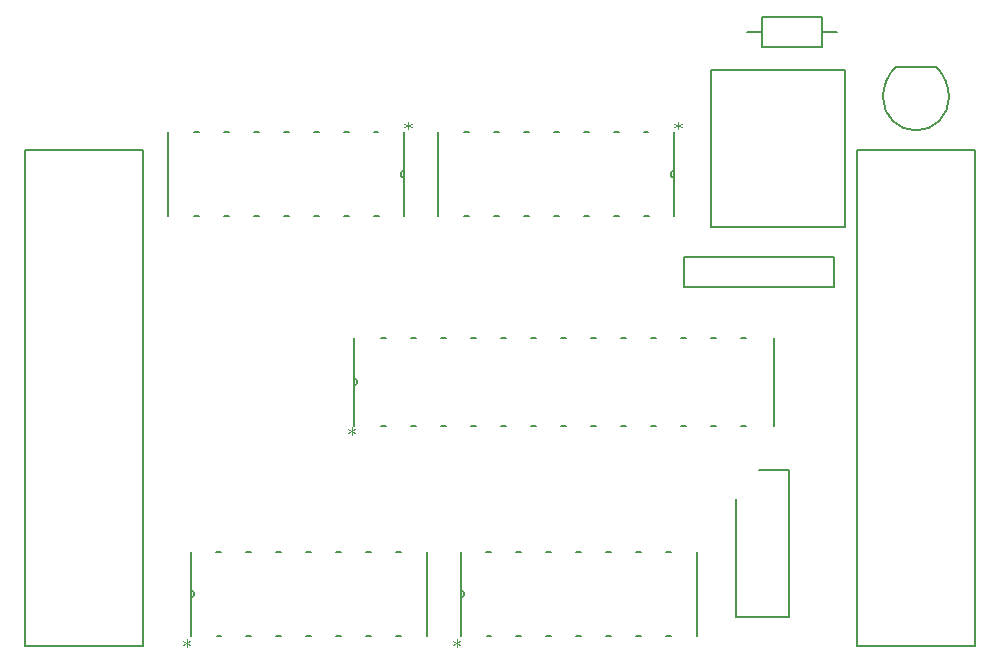
<source format=gbr>
G04 EasyPC Gerber Version 20.0.2 Build 4112 *
G04 #@! TF.Part,Single*
G04 #@! TF.FileFunction,Legend,Top *
%FSLAX35Y35*%
%MOIN*%
%ADD13C,0.00300*%
%ADD11C,0.00500*%
%ADD12C,0.00600*%
%ADD76C,0.00787*%
X0Y0D02*
D02*
D11*
X39935Y218459D02*
X565D01*
Y53104*
X39935*
Y218459*
X246500Y257868D02*
X241500D01*
X266500Y262868D02*
Y252868D01*
X246500*
Y262868*
X266500*
X270250Y182868D02*
X220250D01*
Y172868*
X270250*
Y182868*
X271500Y257868D02*
X266500D01*
X274138Y245152D02*
Y192868D01*
X229256*
Y245152*
X274138*
X286700Y235947D02*
G75*
G03X297700Y224947I11000D01*
G01*
G75*
G03X308700Y235947J11000*
G01*
G75*
G03X304400Y246247I-14583J-41*
G01*
X291000*
G75*
G03X286700Y235947I10283J-10341*
G01*
X317435Y218459D02*
X278065D01*
Y53104*
X317435*
Y218459*
D02*
D12*
X48400Y224368D02*
Y196368D01*
X55900Y69168D02*
G75*
G03Y71568J1200D01*
G01*
Y84368D02*
Y56368D01*
X56943Y196368D02*
X58557D01*
Y224368D02*
X56943D01*
X64560Y56368D02*
X66057D01*
Y84368D02*
X64443D01*
X66943Y196368D02*
X68557D01*
Y224368D02*
X66943D01*
X74443Y56368D02*
X76057D01*
Y84368D02*
X74443D01*
X76943Y196368D02*
X78557D01*
Y224368D02*
X76943D01*
X84443Y56368D02*
X86057D01*
Y84368D02*
X84443D01*
X86943Y196368D02*
X88557D01*
Y224368D02*
X86943D01*
X94443Y56368D02*
X96057D01*
Y84368D02*
X94443D01*
X96943Y196368D02*
X98557D01*
Y224368D02*
X96943D01*
X104443Y56368D02*
X106057D01*
Y84368D02*
X104443D01*
X106943Y196368D02*
X108557D01*
Y224368D02*
X106943D01*
X110250Y139868D02*
G75*
G03Y142268J1200D01*
G01*
Y155818D02*
Y126318D01*
X114443Y56368D02*
X116057D01*
Y84368D02*
X114443D01*
X116943Y196368D02*
X118557D01*
X118440Y224368D02*
X116943D01*
X119510Y126318D02*
X120997D01*
Y155818D02*
X119503D01*
X124443Y56368D02*
X126057D01*
Y84368D02*
X124443D01*
X127100Y196368D02*
Y224368D01*
Y211568D02*
G75*
G03Y209168J-1200D01*
G01*
X129503Y126318D02*
X130997D01*
Y155818D02*
X129503D01*
X134600Y56368D02*
Y84368D01*
X138400Y224368D02*
Y196368D01*
X139503Y126318D02*
X140997D01*
Y155818D02*
X139503D01*
X145900Y69168D02*
G75*
G03Y71568J1200D01*
G01*
Y84368D02*
Y56368D01*
X146943Y196368D02*
X148557D01*
Y224368D02*
X146943D01*
X149503Y126318D02*
X150997D01*
Y155818D02*
X149503D01*
X154560Y56368D02*
X156057D01*
Y84368D02*
X154443D01*
X156943Y196368D02*
X158557D01*
Y224368D02*
X156943D01*
X159503Y126318D02*
X160997D01*
Y155818D02*
X159503D01*
X164443Y56368D02*
X166057D01*
Y84368D02*
X164443D01*
X166943Y196368D02*
X168557D01*
Y224368D02*
X166943D01*
X169503Y126318D02*
X170997D01*
Y155818D02*
X169503D01*
X174443Y56368D02*
X176057D01*
Y84368D02*
X174443D01*
X176943Y196368D02*
X178557D01*
Y224368D02*
X176943D01*
X179503Y126318D02*
X180997D01*
Y155818D02*
X179503D01*
X184443Y56368D02*
X186057D01*
Y84368D02*
X184443D01*
X186943Y196368D02*
X188557D01*
Y224368D02*
X186943D01*
X189503Y126318D02*
X190997D01*
Y155818D02*
X189503D01*
X194443Y56368D02*
X196057D01*
Y84368D02*
X194443D01*
X196943Y196368D02*
X198557D01*
Y224368D02*
X196943D01*
X199503Y126318D02*
X200997D01*
Y155818D02*
X199503D01*
X204443Y56368D02*
X206057D01*
Y84368D02*
X204443D01*
X206943Y196368D02*
X208557D01*
X208440Y224368D02*
X206943D01*
X209503Y126318D02*
X210997D01*
Y155818D02*
X209503D01*
X214443Y56368D02*
X216057D01*
Y84368D02*
X214443D01*
X217100Y196368D02*
Y224368D01*
Y211568D02*
G75*
G03Y209168J-1200D01*
G01*
X219503Y126318D02*
X220997D01*
Y155818D02*
X219503D01*
X224600Y56368D02*
Y84368D01*
X229503Y126318D02*
X230997D01*
Y155818D02*
X229503D01*
X239503Y126318D02*
X240997D01*
Y155818D02*
X239503D01*
X250250Y126318D02*
Y155818D01*
D02*
D13*
X54563Y52868D02*
Y55368D01*
X55813Y53493D02*
X53313Y54743D01*
Y53493D02*
X55813Y54743D01*
X109613Y123568D02*
Y126068D01*
X110863Y124193D02*
X108363Y125443D01*
Y124193D02*
X110863Y125443D01*
X128437Y227868D02*
Y225368D01*
X127187Y227243D02*
X129687Y225993D01*
Y227243D02*
X127187Y225993D01*
X144563Y52868D02*
Y55368D01*
X145813Y53493D02*
X143313Y54743D01*
Y53493D02*
X145813Y54743D01*
X218437Y227868D02*
Y225368D01*
X217187Y227243D02*
X219687Y225993D01*
Y227243D02*
X217187Y225993D01*
D02*
D76*
X237750Y102061D02*
Y62888D01*
X255250*
Y111707*
X245250*
X0Y0D02*
M02*

</source>
